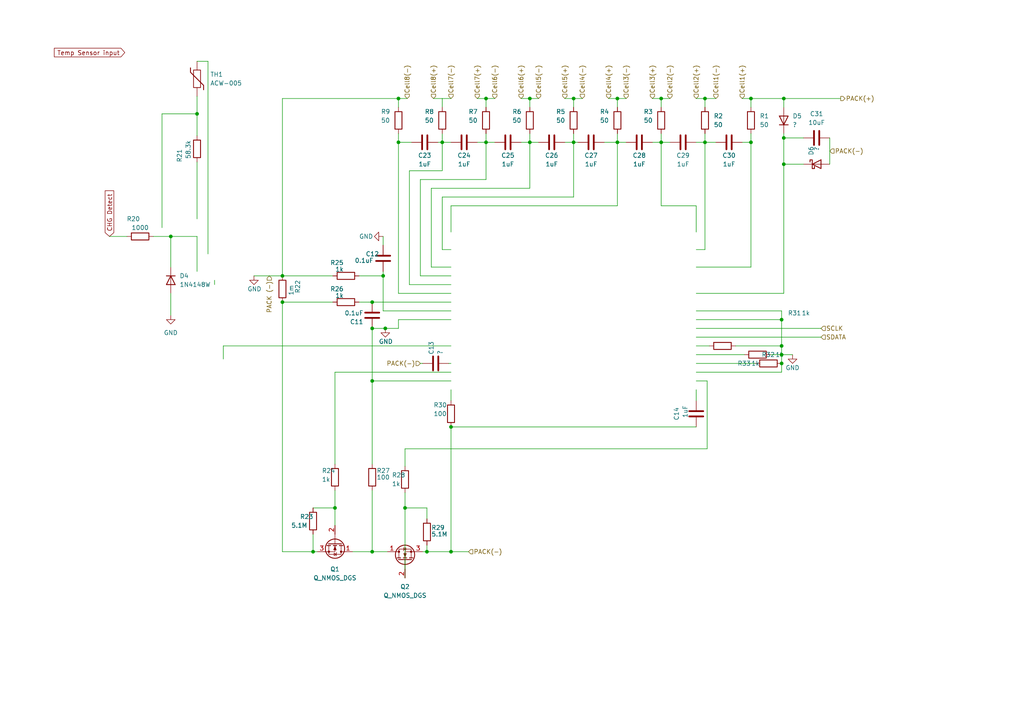
<source format=kicad_sch>
(kicad_sch (version 20211123) (generator eeschema)
  (paper "A4")
  (lib_symbols
    (symbol "Device:C" (pin_numbers hide) (pin_names (offset 0.254))
      (property "Reference" "C" (at 0.635 2.54 0))
      (property "Value" "C" (at 0.635 -2.54 0))
      (symbol "C_0_1"
        (polyline (pts (xy -2.032 -0.762) (xy 2.032 -0.762)) (stroke (width 0.508)))
        (polyline (pts (xy -2.032 0.762) (xy 2.032 0.762)) (stroke (width 0.508)))
      )
      (symbol "C_1_1"
        (pin passive line (at 0 3.81 270) (length 2.794) (name "~") (number "1"))
        (pin passive line (at 0 -3.81 90) (length 2.794) (name "~") (number "2"))
      )
    )
    (symbol "Device:Q_NMOS_DGS" (pin_names (offset 0) hide)
      (property "Reference" "Q" (at 5.08 1.27 0))
      (property "Value" "Q_NMOS_DGS" (at 5.08 -1.27 0))
      (symbol "Q_NMOS_DGS_0_1"
        (polyline (pts (xy 0.254 0) (xy -2.54 0)))
        (polyline (pts (xy 0.254 1.905) (xy 0.254 -1.905)) (stroke (width 0.254)))
        (polyline (pts (xy 0.762 -1.27) (xy 0.762 -2.286)) (stroke (width 0.254)))
        (polyline (pts (xy 0.762 0.508) (xy 0.762 -0.508)) (stroke (width 0.254)))
        (polyline (pts (xy 0.762 2.286) (xy 0.762 1.27)) (stroke (width 0.254)))
        (polyline (pts (xy 2.54 2.54) (xy 2.54 1.778)))
        (polyline (pts (xy 2.54 -2.54) (xy 2.54 0) (xy 0.762 0)))
        (polyline (pts (xy 0.762 -1.778) (xy 3.302 -1.778) (xy 3.302 1.778) (xy 0.762 1.778)))
        (polyline (pts (xy 1.016 0) (xy 2.032 0.381) (xy 2.032 -0.381) (xy 1.016 0)) (fill (type outline)))
        (polyline (pts (xy 2.794 0.508) (xy 2.921 0.381) (xy 3.683 0.381) (xy 3.81 0.254)))
        (polyline (pts (xy 3.302 0.381) (xy 2.921 -0.254) (xy 3.683 -0.254) (xy 3.302 0.381)))
        (circle (center 1.651 0) (radius 2.794) (stroke (width 0.254)))
        (circle (center 2.54 -1.778) (radius 0.254) (fill (type outline)))
        (circle (center 2.54 1.778) (radius 0.254) (fill (type outline)))
      )
      (symbol "Q_NMOS_DGS_1_1"
        (pin passive line (at 2.54 5.08 270) (length 2.54) (name "D") (number "1"))
        (pin input line (at -5.08 0 0) (length 2.54) (name "G") (number "2"))
        (pin passive line (at 2.54 -5.08 90) (length 2.54) (name "S") (number "3"))
      )
    )
    (symbol "Device:R" (pin_numbers hide) (pin_names (offset 0))
      (property "Reference" "R" (at 2.032 0 90))
      (property "Value" "R" (at 0 0 90))
      (symbol "R_0_1"
        (rectangle (start -1.016 -2.54) (end 1.016 2.54) (stroke (width 0.254)))
      )
      (symbol "R_1_1"
        (pin passive line (at 0 3.81 270) (length 1.27) (name "~") (number "1"))
        (pin passive line (at 0 -3.81 90) (length 1.27) (name "~") (number "2"))
      )
    )
    (symbol "Device:Thermistor" (pin_numbers hide) (pin_names (offset 0))
      (property "Reference" "TH" (at 2.54 1.27 90))
      (property "Value" "Thermistor" (at -2.54 0 90))
      (symbol "Thermistor_0_1"
        (rectangle (start -1.016 2.54) (end 1.016 -2.54) (stroke (width 0.2032)))
        (polyline (pts (xy -1.905 3.175) (xy -1.905 1.905) (xy 1.905 -1.905) (xy 1.905 -3.175) (xy 1.905 -3.175)) (stroke (width 0.254)))
      )
      (symbol "Thermistor_1_1"
        (pin passive line (at 0 5.08 270) (length 2.54) (name "~") (number "1"))
        (pin passive line (at 0 -5.08 90) (length 2.54) (name "~") (number "2"))
      )
    )
    (symbol "Diode:1N4148W" (pin_numbers hide) (pin_names hide)
      (property "Reference" "D" (at 0 2.54 0))
      (property "Value" "1N4148W" (at 0 -2.54 0))
      (symbol "1N4148W_0_1"
        (polyline (pts (xy -1.27 1.27) (xy -1.27 -1.27)) (stroke (width 0.254)))
        (polyline (pts (xy 1.27 0) (xy -1.27 0)))
        (polyline (pts (xy 1.27 1.27) (xy 1.27 -1.27) (xy -1.27 0) (xy 1.27 1.27)) (stroke (width 0.254)))
      )
      (symbol "1N4148W_1_1"
        (pin passive line (at -3.81 0 0) (length 2.54) (name "K") (number "1"))
        (pin passive line (at 3.81 0 180) (length 2.54) (name "A") (number "2"))
      )
    )
    (symbol "Diode:1N5711" (pin_numbers hide) (pin_names (offset 1.016) hide)
      (property "Reference" "D" (at 0 2.54 0))
      (property "Value" "1N5711" (at 0 -2.54 0))
      (symbol "1N5711_0_1"
        (polyline (pts (xy 1.27 0) (xy -1.27 0)))
        (polyline (pts (xy 1.27 1.27) (xy 1.27 -1.27) (xy -1.27 0) (xy 1.27 1.27)) (stroke (width 0.254)))
        (polyline (pts (xy -1.905 0.635) (xy -1.905 1.27) (xy -1.27 1.27) (xy -1.27 -1.27) (xy -0.635 -1.27) (xy -0.635 -0.635)) (stroke (width 0.254)))
      )
      (symbol "1N5711_1_1"
        (pin passive line (at -3.81 0 0) (length 2.54) (name "K") (number "1"))
        (pin passive line (at 3.81 0 180) (length 2.54) (name "A") (number "2"))
      )
    )
    (symbol "power:GND" (power) (pin_names (offset 0))
      (property "Value" "GND" (at 0 -3.81 0))
      (symbol "GND_0_1"
        (polyline (pts (xy 0 0) (xy 0 -1.27) (xy 1.27 -1.27) (xy 0 -2.54) (xy -1.27 -1.27) (xy 0 -1.27)))
      )
      (symbol "GND_1_1"
        (pin power_in line (at 0 0 270) (length 0) hide (name "GND") (number "1"))
      )
    )
  )
  (junction (at 115.57 28.575))
  (junction (at 57.15 33.02))
  (junction (at 107.95 110.49))
  (junction (at 81.915 80.01))
  (junction (at 217.805 41.275))
  (junction (at 227.33 40.005))
  (junction (at 107.95 95.25))
  (junction (at 227.33 47.625))
  (junction (at 107.95 87.63))
  (junction (at 217.805 28.575))
  (junction (at 123.825 160.02))
  (junction (at 115.57 41.275))
  (junction (at 130.81 123.825))
  (junction (at 49.53 68.58))
  (junction (at 226.695 105.41))
  (junction (at 117.475 147.32))
  (junction (at 226.695 92.71))
  (junction (at 166.37 28.575))
  (junction (at 90.805 160.02))
  (junction (at 107.95 160.02))
  (junction (at 166.37 41.275))
  (junction (at 191.77 41.275))
  (junction (at 130.81 160.02))
  (junction (at 140.97 41.275))
  (junction (at 81.915 87.63))
  (junction (at 128.27 41.275))
  (junction (at 204.47 28.575))
  (junction (at 111.125 80.01))
  (junction (at 153.67 28.575))
  (junction (at 179.07 41.275))
  (junction (at 204.47 41.275))
  (junction (at 226.695 102.87))
  (junction (at 179.07 28.575))
  (junction (at 153.67 41.275))
  (junction (at 140.97 28.575))
  (junction (at 111.76 95.25))
  (junction (at 97.155 147.32))
  (junction (at 191.77 28.575))
  (junction (at 227.33 28.575))
  (junction (at 226.695 100.33))
  (wire (pts (xy 151.13 28.575) (xy 153.67 28.575)))
  (wire (pts (xy 64.77 100.33) (xy 64.77 104.14)))
  (wire (pts (xy 130.81 59.69) (xy 130.81 67.31)))
  (wire (pts (xy 204.47 31.115) (xy 204.47 28.575)))
  (wire (pts (xy 117.475 147.32) (xy 117.475 167.64)))
  (wire (pts (xy 240.665 40.005) (xy 240.665 47.625)))
  (wire (pts (xy 111.125 80.01) (xy 111.125 90.17)))
  (wire (pts (xy 125.73 28.575) (xy 128.27 28.575)))
  (wire (pts (xy 111.125 78.74) (xy 111.125 80.01)))
  (wire (pts (xy 204.47 38.735) (xy 204.47 41.275)))
  (wire (pts (xy 227.33 40.005) (xy 227.33 47.625)))
  (wire (pts (xy 104.14 87.63) (xy 107.95 87.63)))
  (wire (pts (xy 181.61 41.275) (xy 179.07 41.275)))
  (wire (pts (xy 140.97 41.275) (xy 143.51 41.275)))
  (wire (pts (xy 201.93 92.71) (xy 226.695 92.71)))
  (wire (pts (xy 227.33 28.575) (xy 243.84 28.575)))
  (wire (pts (xy 125.095 77.47) (xy 125.095 54.61)))
  (wire (pts (xy 128.27 41.275) (xy 128.27 49.53)))
  (wire (pts (xy 111.125 68.58) (xy 111.125 71.12)))
  (wire (pts (xy 115.57 85.09) (xy 115.57 41.275)))
  (wire (pts (xy 125.095 54.61) (xy 153.67 54.61)))
  (wire (pts (xy 201.93 110.49) (xy 205.105 110.49)))
  (wire (pts (xy 117.475 135.255) (xy 117.475 130.175)))
  (wire (pts (xy 215.265 41.275) (xy 217.805 41.275)))
  (wire (pts (xy 123.825 158.115) (xy 123.825 160.02)))
  (wire (pts (xy 118.745 82.55) (xy 118.745 49.53)))
  (wire (pts (xy 166.37 41.275) (xy 167.64 41.275)))
  (wire (pts (xy 90.805 147.32) (xy 97.155 147.32)))
  (wire (pts (xy 163.83 41.275) (xy 166.37 41.275)))
  (wire (pts (xy 46.99 33.02) (xy 57.15 33.02)))
  (wire (pts (xy 123.825 160.02) (xy 130.81 160.02)))
  (wire (pts (xy 175.26 41.275) (xy 179.07 41.275)))
  (wire (pts (xy 153.67 31.115) (xy 153.67 28.575)))
  (wire (pts (xy 201.93 90.17) (xy 226.695 90.17)))
  (wire (pts (xy 226.695 107.95) (xy 226.695 105.41)))
  (wire (pts (xy 201.93 102.87) (xy 215.9 102.87)))
  (wire (pts (xy 97.155 107.95) (xy 130.81 107.95)))
  (wire (pts (xy 217.805 28.575) (xy 217.805 31.115)))
  (wire (pts (xy 107.95 110.49) (xy 107.95 134.62)))
  (wire (pts (xy 115.57 28.575) (xy 115.57 31.115)))
  (wire (pts (xy 166.37 38.735) (xy 166.37 41.275)))
  (wire (pts (xy 179.07 59.69) (xy 179.07 41.275)))
  (wire (pts (xy 121.92 105.41) (xy 122.555 105.41)))
  (wire (pts (xy 205.105 110.49) (xy 205.105 130.175)))
  (wire (pts (xy 90.805 154.94) (xy 90.805 160.02)))
  (wire (pts (xy 130.81 113.03) (xy 130.81 116.205)))
  (wire (pts (xy 189.23 28.575) (xy 191.77 28.575)))
  (wire (pts (xy 121.92 52.07) (xy 140.97 52.07)))
  (wire (pts (xy 201.93 77.47) (xy 217.805 77.47)))
  (wire (pts (xy 130.81 160.02) (xy 135.89 160.02)))
  (wire (pts (xy 57.15 78.74) (xy 57.15 68.58)))
  (wire (pts (xy 128.27 28.575) (xy 130.81 28.575)))
  (wire (pts (xy 107.95 110.49) (xy 130.81 110.49)))
  (wire (pts (xy 57.15 46.99) (xy 57.15 63.5)))
  (wire (pts (xy 73.66 80.01) (xy 81.915 80.01)))
  (wire (pts (xy 227.33 28.575) (xy 217.805 28.575)))
  (wire (pts (xy 128.27 41.275) (xy 130.81 41.275)))
  (wire (pts (xy 97.155 147.32) (xy 97.155 152.4)))
  (wire (pts (xy 128.27 72.39) (xy 128.27 57.15)))
  (wire (pts (xy 213.36 100.33) (xy 226.695 100.33)))
  (wire (pts (xy 201.93 100.33) (xy 205.74 100.33)))
  (wire (pts (xy 151.13 41.275) (xy 153.67 41.275)))
  (wire (pts (xy 57.15 27.94) (xy 57.15 33.02)))
  (wire (pts (xy 189.23 41.275) (xy 191.77 41.275)))
  (wire (pts (xy 57.15 33.02) (xy 57.15 39.37)))
  (wire (pts (xy 81.915 87.63) (xy 96.52 87.63)))
  (wire (pts (xy 153.67 38.735) (xy 153.67 41.275)))
  (wire (pts (xy 49.53 85.09) (xy 49.53 91.44)))
  (wire (pts (xy 227.33 28.575) (xy 227.33 31.115)))
  (wire (pts (xy 140.97 52.07) (xy 140.97 41.275)))
  (wire (pts (xy 130.81 82.55) (xy 118.745 82.55)))
  (wire (pts (xy 226.695 90.17) (xy 226.695 92.71)))
  (wire (pts (xy 128.27 57.15) (xy 166.37 57.15)))
  (wire (pts (xy 166.37 28.575) (xy 168.91 28.575)))
  (wire (pts (xy 201.93 113.03) (xy 201.93 116.205)))
  (wire (pts (xy 140.97 28.575) (xy 143.51 28.575)))
  (wire (pts (xy 104.14 80.01) (xy 111.125 80.01)))
  (wire (pts (xy 115.57 92.71) (xy 115.57 95.25)))
  (wire (pts (xy 238.125 97.79) (xy 201.93 97.79)))
  (wire (pts (xy 130.175 105.41) (xy 130.81 105.41)))
  (wire (pts (xy 130.81 123.825) (xy 201.93 123.825)))
  (wire (pts (xy 191.77 41.275) (xy 194.31 41.275)))
  (wire (pts (xy 107.95 160.02) (xy 112.395 160.02)))
  (wire (pts (xy 127 41.275) (xy 128.27 41.275)))
  (wire (pts (xy 107.95 95.25) (xy 111.76 95.25)))
  (wire (pts (xy 227.33 47.625) (xy 227.33 85.09)))
  (wire (pts (xy 128.27 38.735) (xy 128.27 41.275)))
  (wire (pts (xy 60.325 17.78) (xy 60.325 73.66)))
  (wire (pts (xy 140.97 28.575) (xy 140.97 31.115)))
  (wire (pts (xy 46.99 33.02) (xy 46.99 66.04)))
  (wire (pts (xy 102.235 160.02) (xy 107.95 160.02)))
  (wire (pts (xy 57.15 17.78) (xy 60.325 17.78)))
  (wire (pts (xy 204.47 41.275) (xy 207.645 41.275)))
  (wire (pts (xy 128.27 31.115) (xy 128.27 28.575)))
  (wire (pts (xy 204.47 72.39) (xy 204.47 41.275)))
  (wire (pts (xy 62.23 81.28) (xy 62.23 82.55)))
  (wire (pts (xy 201.93 28.575) (xy 204.47 28.575)))
  (wire (pts (xy 163.83 28.575) (xy 166.37 28.575)))
  (wire (pts (xy 138.43 28.575) (xy 140.97 28.575)))
  (wire (pts (xy 201.93 85.09) (xy 227.33 85.09)))
  (wire (pts (xy 201.93 59.69) (xy 201.93 67.31)))
  (wire (pts (xy 117.475 130.175) (xy 205.105 130.175)))
  (wire (pts (xy 191.77 59.69) (xy 191.77 41.275)))
  (wire (pts (xy 97.155 107.95) (xy 97.155 134.62)))
  (wire (pts (xy 111.125 90.17) (xy 130.81 90.17)))
  (wire (pts (xy 191.77 28.575) (xy 194.31 28.575)))
  (wire (pts (xy 140.97 38.735) (xy 140.97 41.275)))
  (wire (pts (xy 111.76 95.25) (xy 115.57 95.25)))
  (wire (pts (xy 81.915 28.575) (xy 115.57 28.575)))
  (wire (pts (xy 130.81 123.825) (xy 130.81 160.02)))
  (wire (pts (xy 226.695 100.33) (xy 226.695 102.87)))
  (wire (pts (xy 81.915 87.63) (xy 81.915 160.02)))
  (wire (pts (xy 115.57 41.275) (xy 119.38 41.275)))
  (wire (pts (xy 153.67 41.275) (xy 156.21 41.275)))
  (wire (pts (xy 123.825 147.32) (xy 117.475 147.32)))
  (wire (pts (xy 130.81 77.47) (xy 125.095 77.47)))
  (wire (pts (xy 226.695 92.71) (xy 226.695 100.33)))
  (wire (pts (xy 179.07 31.115) (xy 179.07 28.575)))
  (wire (pts (xy 227.33 47.625) (xy 233.045 47.625)))
  (wire (pts (xy 191.77 31.115) (xy 191.77 28.575)))
  (wire (pts (xy 107.95 87.63) (xy 130.81 87.63)))
  (wire (pts (xy 201.93 59.69) (xy 191.77 59.69)))
  (wire (pts (xy 201.93 107.95) (xy 226.695 107.95)))
  (wire (pts (xy 227.33 40.005) (xy 233.045 40.005)))
  (wire (pts (xy 118.745 49.53) (xy 128.27 49.53)))
  (wire (pts (xy 166.37 31.115) (xy 166.37 28.575)))
  (wire (pts (xy 176.53 28.575) (xy 179.07 28.575)))
  (wire (pts (xy 130.81 80.01) (xy 121.92 80.01)))
  (wire (pts (xy 226.695 105.41) (xy 226.695 102.87)))
  (wire (pts (xy 130.81 92.71) (xy 115.57 92.71)))
  (wire (pts (xy 223.52 102.87) (xy 226.695 102.87)))
  (wire (pts (xy 107.95 95.25) (xy 107.95 110.49)))
  (wire (pts (xy 122.555 160.02) (xy 123.825 160.02)))
  (wire (pts (xy 115.57 28.575) (xy 118.11 28.575)))
  (wire (pts (xy 81.915 80.01) (xy 96.52 80.01)))
  (wire (pts (xy 191.77 41.275) (xy 191.77 38.735)))
  (wire (pts (xy 49.53 68.58) (xy 49.53 77.47)))
  (wire (pts (xy 166.37 57.15) (xy 166.37 41.275)))
  (wire (pts (xy 31.75 68.58) (xy 36.83 68.58)))
  (wire (pts (xy 130.81 85.09) (xy 115.57 85.09)))
  (wire (pts (xy 130.81 72.39) (xy 128.27 72.39)))
  (wire (pts (xy 204.47 28.575) (xy 207.645 28.575)))
  (wire (pts (xy 57.15 68.58) (xy 49.53 68.58)))
  (wire (pts (xy 238.125 95.25) (xy 201.93 95.25)))
  (wire (pts (xy 201.93 105.41) (xy 219.075 105.41)))
  (wire (pts (xy 97.155 142.24) (xy 97.155 147.32)))
  (wire (pts (xy 130.81 59.69) (xy 179.07 59.69)))
  (wire (pts (xy 138.43 41.275) (xy 140.97 41.275)))
  (wire (pts (xy 81.915 160.02) (xy 90.805 160.02)))
  (wire (pts (xy 226.695 102.87) (xy 229.87 102.87)))
  (wire (pts (xy 179.07 38.735) (xy 179.07 41.275)))
  (wire (pts (xy 153.67 28.575) (xy 156.21 28.575)))
  (wire (pts (xy 115.57 41.275) (xy 115.57 38.735)))
  (wire (pts (xy 130.81 100.33) (xy 64.77 100.33)))
  (wire (pts (xy 201.93 41.275) (xy 204.47 41.275)))
  (wire (pts (xy 179.07 28.575) (xy 181.61 28.575)))
  (wire (pts (xy 90.805 160.02) (xy 92.075 160.02)))
  (wire (pts (xy 217.805 38.735) (xy 217.805 41.275)))
  (wire (pts (xy 107.95 142.24) (xy 107.95 160.02)))
  (wire (pts (xy 123.825 147.32) (xy 123.825 150.495)))
  (wire (pts (xy 117.475 142.875) (xy 117.475 147.32)))
  (wire (pts (xy 81.915 28.575) (xy 81.915 80.01)))
  (wire (pts (xy 121.92 80.01) (xy 121.92 52.07)))
  (wire (pts (xy 217.805 28.575) (xy 215.265 28.575)))
  (wire (pts (xy 227.33 38.735) (xy 227.33 40.005)))
  (wire (pts (xy 201.93 72.39) (xy 204.47 72.39)))
  (wire (pts (xy 217.805 41.275) (xy 217.805 77.47)))
  (wire (pts (xy 44.45 68.58) (xy 49.53 68.58)))
  (wire (pts (xy 153.67 54.61) (xy 153.67 41.275)))
  (global_label "Temp Sensor input" (shape input) (at 36.195 15.24 180) (property "Intersheet References" "${INTERSHEET_REFS}" (effects hide)))
  (global_label "CHG Detect" (shape input) (at 31.75 68.58 90) (property "Intersheet References" "${INTERSHEET_REFS}" (effects hide)))
  (hierarchical_label "PACK(+)" (shape output) (at 243.84 28.575 0))
  (hierarchical_label "Cell1(-)" (shape input) (at 207.645 28.575 90))
  (hierarchical_label "Cell2(+)" (shape input) (at 201.93 28.575 90))
  (hierarchical_label "Cell1(+)" (shape input) (at 215.265 28.575 90))
  (hierarchical_label "Cell4(+)" (shape input) (at 176.53 28.575 90))
  (hierarchical_label "PACK(-)" (shape input) (at 135.89 160.02 0))
  (hierarchical_label "Cell2(-)" (shape input) (at 194.31 28.575 90))
  (hierarchical_label "Cell3(+)" (shape input) (at 189.23 28.575 90))
  (hierarchical_label "SCLK" (shape input) (at 238.125 95.25 0))
  (hierarchical_label "Cell8(+)" (shape input) (at 125.73 28.575 90))
  (hierarchical_label "PACK (-)" (shape input) (at 78.105 80.01 270))
  (hierarchical_label "Cell7(-)" (shape input) (at 130.81 28.575 90))
  (hierarchical_label "PACK(-)" (shape input) (at 121.92 105.41 180))
  (hierarchical_label "Cell6(+)" (shape input) (at 151.13 28.575 90))
  (hierarchical_label "SDATA" (shape input) (at 238.125 97.79 0))
  (hierarchical_label "Cell6(-)" (shape input) (at 143.51 28.575 90))
  (hierarchical_label "Cell4(-)" (shape input) (at 168.91 28.575 90))
  (hierarchical_label "Cell5(+)" (shape input) (at 163.83 28.575 90))
  (hierarchical_label "PACK(-)" (shape input) (at 240.665 43.815 0))
  (hierarchical_label "Cell8(-)" (shape input) (at 118.11 28.575 90))
  (hierarchical_label "Cell7(+)" (shape input) (at 138.43 28.575 90))
  (hierarchical_label "Cell5(-)" (shape input) (at 156.21 28.575 90))
  (hierarchical_label "Cell3(-)" (shape input) (at 181.61 28.575 90))
  (symbol (lib_id "Device:R") (at 179.07 34.925 0) (unit 1)
    (property "Reference" "R4" (at 173.99 32.385 0) (effects (justify left)))
    (property "Value" "50" (at 173.99 34.925 0) (effects (justify left)))
  )
  (symbol (lib_id "Device:R") (at 57.15 43.18 180) (unit 1)
    (property "Reference" "R21" (at 52.07 43.18 90) (effects (justify left)))
    (property "Value" "58.3k" (at 54.61 40.64 90) (effects (justify left)))
  )
  (symbol (lib_id "Device:R") (at 100.33 80.01 90) (unit 1)
    (property "Reference" "R25" (at 99.695 76.2 90) (effects (justify left)))
    (property "Value" "1k" (at 99.695 78.105 90) (effects (justify left)))
  )
  (symbol (lib_id "Diode:1N4148W") (at 227.33 34.925 90) (unit 1)
    (property "Reference" "D5" (at 229.87 33.6549 90) (effects (justify right)))
    (property "Value" "?" (at 229.87 36.1949 90) (effects (justify right)))
    (property "Footprint" "Diode_SMD:D_SOD-123" (effects hide))
  )
  (symbol (lib_id "Device:C") (at 107.95 91.44 0) (unit 1)
    (property "Reference" "C11" (at 105.41 93.345 0) (effects (justify right)))
    (property "Value" "0.1uF" (at 105.41 90.805 0) (effects (justify right)))
  )
  (symbol (lib_id "power:GND") (at 111.125 68.58 270) (unit 1)
    (property "Reference" "#PWR03" (effects hide))
    (property "Value" "GND" (at 104.14 68.58 90) (effects (justify left)))
  )
  (symbol (lib_id "power:GND") (at 49.53 91.44 0) (unit 1)
    (property "Reference" "#PWR01" (effects hide))
    (property "Value" "GND" (at 49.53 96.52 0))
  )
  (symbol (lib_id "Device:C") (at 198.12 41.275 90) (unit 1)
    (property "Reference" "C29" (at 198.12 45.085 90))
    (property "Value" "1uF" (at 198.12 47.625 90))
  )
  (symbol (lib_id "Device:Q_NMOS_DGS") (at 97.155 157.48 270) (unit 1)
    (property "Reference" "Q1" (at 97.155 165.1 90))
    (property "Value" "Q_NMOS_DGS" (at 97.155 167.64 90))
  )
  (symbol (lib_id "Device:R") (at 90.805 151.13 0) (unit 1)
    (property "Reference" "R23" (at 86.995 149.86 0) (effects (justify left)))
    (property "Value" "5.1M" (at 84.455 152.4 0) (effects (justify left)))
  )
  (symbol (lib_id "Device:C") (at 147.32 41.275 90) (unit 1)
    (property "Reference" "C25" (at 147.32 45.085 90))
    (property "Value" "1uF" (at 147.32 47.625 90))
  )
  (symbol (lib_id "Device:R") (at 123.825 154.305 0) (unit 1)
    (property "Reference" "R29" (at 125.095 153.035 0) (effects (justify left)))
    (property "Value" "5.1M" (at 125.095 154.94 0) (effects (justify left)))
  )
  (symbol (lib_id "Device:C") (at 111.125 74.93 180) (unit 1)
    (property "Reference" "C12" (at 106.045 73.66 0) (effects (justify right)))
    (property "Value" "0.1uF" (at 102.87 75.565 0) (effects (justify right)))
  )
  (symbol (lib_id "Device:R") (at 81.915 83.82 0) (unit 1)
    (property "Reference" "R22" (at 86.36 85.09 90) (effects (justify left)))
    (property "Value" "1m" (at 84.455 85.725 90) (effects (justify left)))
  )
  (symbol (lib_id "Device:R") (at 219.71 102.87 90) (unit 1)
    (property "Reference" "R32" (at 224.79 102.87 90) (effects (justify left)))
    (property "Value" "1k" (at 227.33 102.87 90) (effects (justify left)))
  )
  (symbol (lib_id "Device:R") (at 130.81 120.015 0) (unit 1)
    (property "Reference" "R30" (at 125.73 117.475 0) (effects (justify left)))
    (property "Value" "100" (at 125.73 120.015 0) (effects (justify left)))
  )
  (symbol (lib_id "Device:R") (at 100.33 87.63 90) (unit 1)
    (property "Reference" "R26" (at 99.695 83.82 90) (effects (justify left)))
    (property "Value" "1k" (at 99.695 85.725 90) (effects (justify left)))
  )
  (symbol (lib_id "Device:R") (at 128.27 34.925 0) (unit 1)
    (property "Reference" "R8" (at 123.19 32.385 0) (effects (justify left)))
    (property "Value" "50" (at 123.19 34.925 0) (effects (justify left)))
  )
  (symbol (lib_id "Device:C") (at 126.365 105.41 270) (unit 1)
    (property "Reference" "C13" (at 125.095 102.87 0) (effects (justify right)))
    (property "Value" "?" (at 127.635 102.87 0) (effects (justify right)))
  )
  (symbol (lib_id "Device:R") (at 117.475 139.065 0) (unit 1)
    (property "Reference" "R28" (at 113.665 137.795 0) (effects (justify left)))
    (property "Value" "1k" (at 113.665 140.335 0) (effects (justify left)))
  )
  (symbol (lib_id "Device:R") (at 204.47 34.925 0) (unit 1)
    (property "Reference" "R2" (at 207.01 33.6549 0) (effects (justify left)))
    (property "Value" "50" (at 207.01 36.1949 0) (effects (justify left)))
  )
  (symbol (lib_id "power:GND") (at 73.66 80.01 0) (unit 1)
    (property "Reference" "#PWR02" (effects hide))
    (property "Value" "GND" (at 71.755 83.82 0) (effects (justify left)))
  )
  (symbol (lib_id "Diode:1N5711") (at 236.855 47.625 0) (unit 1)
    (property "Reference" "D6" (at 235.2674 45.085 90) (effects (justify left)))
    (property "Value" "?" (at 236.855 43.815 90) (effects (justify left)))
  )
  (symbol (lib_id "Diode:1N4148W") (at 49.53 81.28 270) (unit 1)
    (property "Reference" "D4" (at 52.07 80.0099 90) (effects (justify left)))
    (property "Value" "1N4148W" (at 52.07 82.5499 90) (effects (justify left)))
    (property "Footprint" "Diode_SMD:D_SOD-123" (effects hide))
    (property "Datasheet" "https://www.vishay.com/docs/85748/1n4148w.pdf" (effects hide))
  )
  (symbol (lib_id "Device:C") (at 185.42 41.275 90) (unit 1)
    (property "Reference" "C28" (at 185.42 45.085 90))
    (property "Value" "1uF" (at 185.42 47.625 90))
  )
  (symbol (lib_id "Device:R") (at 97.155 138.43 0) (unit 1)
    (property "Reference" "R24" (at 93.345 136.525 0) (effects (justify left)))
    (property "Value" "1k" (at 93.345 139.065 0) (effects (justify left)))
  )
  (symbol (lib_id "Device:Q_NMOS_DGS") (at 117.475 162.56 90) (unit 1)
    (property "Reference" "Q2" (at 117.475 170.18 90))
    (property "Value" "Q_NMOS_DGS" (at 117.475 172.72 90))
  )
  (symbol (lib_id "Device:C") (at 123.19 41.275 90) (unit 1)
    (property "Reference" "C23" (at 123.19 45.085 90))
    (property "Value" "1uF" (at 123.19 47.625 90))
  )
  (symbol (lib_id "Device:R") (at 217.805 34.925 0) (unit 1)
    (property "Reference" "R1" (at 220.345 33.6549 0) (effects (justify left)))
    (property "Value" "50" (at 220.345 36.1949 0) (effects (justify left)))
  )
  (symbol (lib_id "Device:R") (at 115.57 34.925 0) (unit 1)
    (property "Reference" "R9" (at 110.49 32.385 0) (effects (justify left)))
    (property "Value" "50" (at 110.49 34.925 0) (effects (justify left)))
  )
  (symbol (lib_id "Device:R") (at 40.64 68.58 90) (unit 1)
    (property "Reference" "R20" (at 40.64 63.5 90) (effects (justify left)))
    (property "Value" "1000" (at 43.18 66.04 90) (effects (justify left)))
  )
  (symbol (lib_id "power:GND") (at 229.87 102.87 0) (unit 1)
    (property "Reference" "#PWR05" (effects hide))
    (property "Value" "GND" (at 229.87 106.68 0))
  )
  (symbol (lib_id "Device:C") (at 211.455 41.275 90) (unit 1)
    (property "Reference" "C30" (at 211.455 45.085 90))
    (property "Value" "1uF" (at 211.455 47.625 90))
  )
  (symbol (lib_id "Device:R") (at 191.77 34.925 0) (unit 1)
    (property "Reference" "R3" (at 186.69 32.385 0) (effects (justify left)))
    (property "Value" "50" (at 186.69 34.925 0) (effects (justify left)))
  )
  (symbol (lib_id "Device:C") (at 160.02 41.275 90) (unit 1)
    (property "Reference" "C26" (at 160.02 45.085 90))
    (property "Value" "1uF" (at 160.02 47.625 90))
  )
  (symbol (lib_id "Device:R") (at 140.97 34.925 0) (unit 1)
    (property "Reference" "R7" (at 135.89 32.385 0) (effects (justify left)))
    (property "Value" "50" (at 135.89 34.925 0) (effects (justify left)))
  )
  (symbol (lib_id "Device:R") (at 166.37 34.925 0) (unit 1)
    (property "Reference" "R5" (at 161.29 32.385 0) (effects (justify left)))
    (property "Value" "50" (at 161.29 34.925 0) (effects (justify left)))
  )
  (symbol (lib_id "Device:Thermistor") (at 57.15 22.86 0) (unit 1)
    (property "Reference" "TH1" (at 60.96 21.5899 0) (effects (justify left)))
    (property "Value" "ACW-005" (at 60.96 24.1299 0) (effects (justify left)))
  )
  (symbol (lib_id "Device:C") (at 171.45 41.275 90) (unit 1)
    (property "Reference" "C27" (at 171.45 45.085 90))
    (property "Value" "1uF" (at 171.45 47.625 90))
  )
  (symbol (lib_id "power:GND") (at 111.76 95.25 0) (unit 1)
    (property "Reference" "#PWR04" (effects hide))
    (property "Value" "GND" (at 109.855 99.06 0) (effects (justify left)))
  )
  (symbol (lib_id "Device:R") (at 209.55 100.33 90) (unit 1)
    (property "Reference" "R31" (at 232.41 90.805 90) (effects (justify left)))
    (property "Value" "1k" (at 234.95 90.805 90) (effects (justify left)))
  )
  (symbol (lib_id "Device:R") (at 107.95 138.43 0) (mirror x) (unit 1)
    (property "Reference" "R27" (at 109.22 136.525 0) (effects (justify left)))
    (property "Value" "100" (at 109.22 138.43 0) (effects (justify left)))
  )
  (symbol (lib_id "Device:R") (at 222.885 105.41 90) (unit 1)
    (property "Reference" "R33" (at 217.805 105.41 90) (effects (justify left)))
    (property "Value" "1k" (at 220.345 105.41 90) (effects (justify left)))
  )
  (symbol (lib_id "Device:R") (at 153.67 34.925 0) (unit 1)
    (property "Reference" "R6" (at 148.59 32.385 0) (effects (justify left)))
    (property "Value" "50" (at 148.59 34.925 0) (effects (justify left)))
  )
  (symbol (lib_id "Device:C") (at 236.855 40.005 90) (unit 1)
    (property "Reference" "C31" (at 236.855 33.02 90))
    (property "Value" "10uF" (at 236.855 35.56 90))
  )
  (symbol (lib_id "Device:C") (at 134.62 41.275 90) (unit 1)
    (property "Reference" "C24" (at 134.62 45.085 90))
    (property "Value" "1uF" (at 134.62 47.625 90))
  )
  (symbol (lib_id "Device:C") (at 201.93 120.015 0) (unit 1)
    (property "Reference" "C14" (at 196.215 120.015 90))
    (property "Value" "1uF" (at 198.755 119.38 90))
  )
)
</source>
